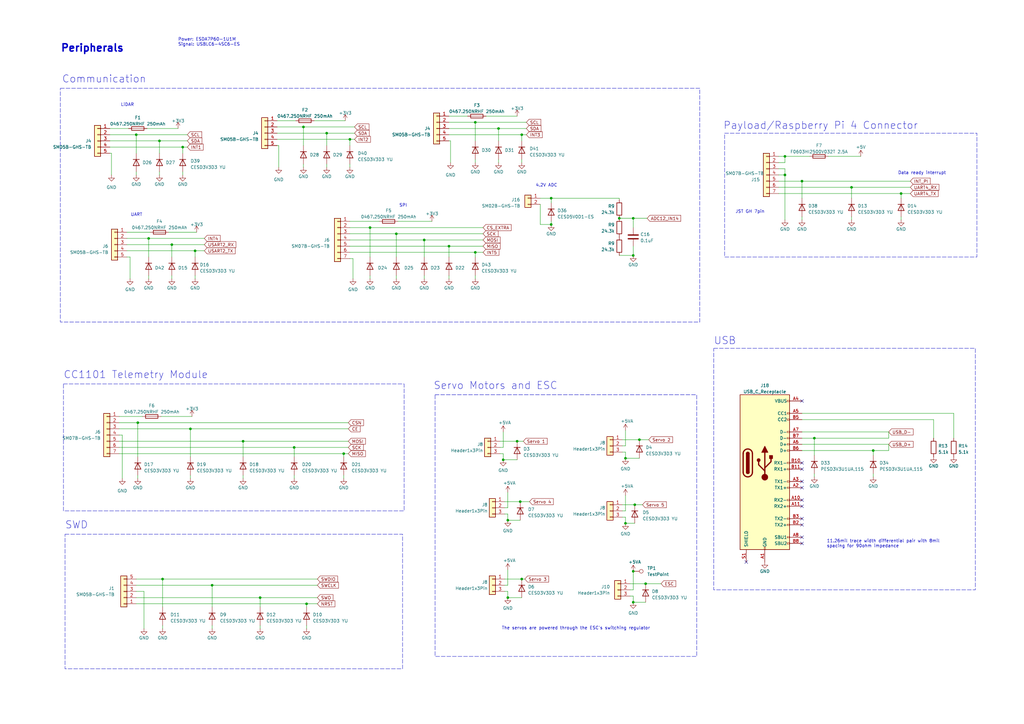
<source format=kicad_sch>
(kicad_sch (version 20230121) (generator eeschema)
  (paper "A3")
  (lib_symbols
    (symbol "Connector:TestPoint" (pin_numbers hide) (pin_names (offset 0.762) hide)
      (property "Reference" "TP" (at 0 6.858 0))
      (property "Value" "TestPoint" (at 0 5.08 0))
      (symbol "TestPoint_1_1"
        (pin passive line (at 0 0 90) (length 2.54) (name "1") (number "1"))
      )
    )
    (symbol "Connector:USB_C_Receptacle" (pin_names (offset 1.016))
      (property "Reference" "J" (at -10.16 29.21 0))
      (property "Value" "USB_C_Receptacle" (at 10.16 29.21 0))
      (symbol "USB_C_Receptacle_1_1"
        (pin passive line (at 0 -40.64 90) (length 5.08) (name "GND") (number "A1"))
        (pin bidirectional line (at 15.24 -15.24 180) (length 5.08) (name "RX2-") (number "A10"))
        (pin bidirectional line (at 15.24 -17.78 180) (length 5.08) (name "RX2+") (number "A11"))
        (pin passive line (at 0 -40.64 90) (length 5.08) hide (name "GND") (number "A12"))
        (pin bidirectional line (at 15.24 -10.16 180) (length 5.08) (name "TX1+") (number "A2"))
        (pin bidirectional line (at 15.24 -7.62 180) (length 5.08) (name "TX1-") (number "A3"))
        (pin passive line (at 15.24 25.4 180) (length 5.08) (name "VBUS") (number "A4"))
        (pin bidirectional line (at 15.24 20.32 180) (length 5.08) (name "CC1") (number "A5"))
        (pin bidirectional line (at 15.24 7.62 180) (length 5.08) (name "D+") (number "A6"))
        (pin bidirectional line (at 15.24 12.7 180) (length 5.08) (name "D-") (number "A7"))
        (pin bidirectional line (at 15.24 -30.48 180) (length 5.08) (name "SBU1") (number "A8"))
        (pin passive line (at 15.24 25.4 180) (length 5.08) hide (name "VBUS") (number "A9"))
        (pin passive line (at 0 -40.64 90) (length 5.08) hide (name "GND") (number "B1"))
        (pin bidirectional line (at 15.24 0 180) (length 5.08) (name "RX1-") (number "B10"))
        (pin bidirectional line (at 15.24 -2.54 180) (length 5.08) (name "RX1+") (number "B11"))
        (pin passive line (at 0 -40.64 90) (length 5.08) hide (name "GND") (number "B12"))
        (pin bidirectional line (at 15.24 -25.4 180) (length 5.08) (name "TX2+") (number "B2"))
        (pin bidirectional line (at 15.24 -22.86 180) (length 5.08) (name "TX2-") (number "B3"))
        (pin passive line (at 15.24 25.4 180) (length 5.08) hide (name "VBUS") (number "B4"))
        (pin bidirectional line (at 15.24 17.78 180) (length 5.08) (name "CC2") (number "B5"))
        (pin bidirectional line (at 15.24 5.08 180) (length 5.08) (name "D+") (number "B6"))
        (pin bidirectional line (at 15.24 10.16 180) (length 5.08) (name "D-") (number "B7"))
        (pin bidirectional line (at 15.24 -33.02 180) (length 5.08) (name "SBU2") (number "B8"))
        (pin passive line (at 15.24 25.4 180) (length 5.08) hide (name "VBUS") (number "B9"))
        (pin passive line (at -7.62 -40.64 90) (length 5.08) (name "SHIELD") (number "S1"))
      )
    )
    (symbol "Connector_Generic:Conn_01x02" (pin_names (offset 1.016) hide)
      (property "Reference" "J" (at 0 2.54 0))
      (property "Value" "Conn_01x02" (at 0 -5.08 0))
      (symbol "Conn_01x02_1_1"
        (pin passive line (at -5.08 0 0) (length 3.81) (name "Pin_1") (number "1"))
        (pin passive line (at -5.08 -2.54 0) (length 3.81) (name "Pin_2") (number "2"))
      )
    )
    (symbol "Connector_Generic:Conn_01x03" (pin_names (offset 1.016) hide)
      (property "Reference" "J" (at 0 5.08 0))
      (property "Value" "Conn_01x03" (at 0 -5.08 0))
      (symbol "Conn_01x03_1_1"
        (pin passive line (at -5.08 2.54 0) (length 3.81) (name "Pin_1") (number "1"))
        (pin passive line (at -5.08 0 0) (length 3.81) (name "Pin_2") (number "2"))
        (pin passive line (at -5.08 -2.54 0) (length 3.81) (name "Pin_3") (number "3"))
      )
    )
    (symbol "Connector_Generic:Conn_01x05" (pin_names (offset 1.016) hide)
      (property "Reference" "J" (at 0 7.62 0))
      (property "Value" "Conn_01x05" (at 0 -7.62 0))
      (symbol "Conn_01x05_1_1"
        (pin passive line (at -5.08 5.08 0) (length 3.81) (name "Pin_1") (number "1"))
        (pin passive line (at -5.08 2.54 0) (length 3.81) (name "Pin_2") (number "2"))
        (pin passive line (at -5.08 0 0) (length 3.81) (name "Pin_3") (number "3"))
        (pin passive line (at -5.08 -2.54 0) (length 3.81) (name "Pin_4") (number "4"))
        (pin passive line (at -5.08 -5.08 0) (length 3.81) (name "Pin_5") (number "5"))
      )
    )
    (symbol "Connector_Generic:Conn_01x07" (pin_names (offset 1.016) hide)
      (property "Reference" "J" (at 0 10.16 0))
      (property "Value" "Conn_01x07" (at 0 -10.16 0))
      (symbol "Conn_01x07_1_1"
        (pin passive line (at -5.08 7.62 0) (length 3.81) (name "Pin_1") (number "1"))
        (pin passive line (at -5.08 5.08 0) (length 3.81) (name "Pin_2") (number "2"))
        (pin passive line (at -5.08 2.54 0) (length 3.81) (name "Pin_3") (number "3"))
        (pin passive line (at -5.08 0 0) (length 3.81) (name "Pin_4") (number "4"))
        (pin passive line (at -5.08 -2.54 0) (length 3.81) (name "Pin_5") (number "5"))
        (pin passive line (at -5.08 -5.08 0) (length 3.81) (name "Pin_6") (number "6"))
        (pin passive line (at -5.08 -7.62 0) (length 3.81) (name "Pin_7") (number "7"))
      )
    )
    (symbol "Device:C" (pin_numbers hide) (pin_names (offset 0.254))
      (property "Reference" "C" (at 0.635 2.54 0))
      (property "Value" "C" (at 0.635 -2.54 0))
      (symbol "C_1_1"
        (pin passive line (at 0 3.81 270) (length 2.794) (name "~") (number "1"))
        (pin passive line (at 0 -3.81 90) (length 2.794) (name "~") (number "2"))
      )
    )
    (symbol "Device:D" (pin_numbers hide) (pin_names (offset 1.016) hide)
      (property "Reference" "D" (at 0 2.54 0))
      (property "Value" "D" (at 0 -2.54 0))
      (symbol "D_1_1"
        (pin passive line (at -3.81 0 0) (length 2.54) (name "K") (number "1"))
        (pin passive line (at 3.81 0 180) (length 2.54) (name "A") (number "2"))
      )
    )
    (symbol "Device:Fuse" (pin_numbers hide) (pin_names (offset 0))
      (property "Reference" "F" (at 2.032 0 90))
      (property "Value" "Fuse" (at -1.905 0 90))
      (symbol "Fuse_1_1"
        (pin passive line (at 0 3.81 270) (length 1.27) (name "~") (number "1"))
        (pin passive line (at 0 -3.81 90) (length 1.27) (name "~") (number "2"))
      )
    )
    (symbol "Device:R" (pin_numbers hide) (pin_names (offset 0))
      (property "Reference" "R" (at 2.032 0 90))
      (property "Value" "R" (at 0 0 90))
      (symbol "R_1_1"
        (pin passive line (at 0 3.81 270) (length 1.27) (name "~") (number "1"))
        (pin passive line (at 0 -3.81 90) (length 1.27) (name "~") (number "2"))
      )
    )
    (symbol "power:+3V3" (power) (pin_names (offset 0))
      (property "Value" "+3V3" (at 0 3.556 0))
      (symbol "+3V3_1_1"
        (pin power_in line (at 0 0 90) (length 0) hide (name "+3V3") (number "1"))
      )
    )
    (symbol "power:+5V" (power) (pin_names (offset 0))
      (property "Value" "+5V" (at 0 3.556 0))
      (symbol "+5V_1_1"
        (pin power_in line (at 0 0 90) (length 0) hide (name "+5V") (number "1"))
      )
    )
    (symbol "power:+5VA" (power) (pin_names (offset 0))
      (property "Value" "+5VA" (at 0 3.556 0))
      (symbol "+5VA_1_1"
        (pin power_in line (at 0 0 90) (length 0) hide (name "+5VA") (number "1"))
      )
    )
    (symbol "power:GND" (power) (pin_names (offset 0))
      (property "Value" "GND" (at 0 -3.81 0))
      (symbol "GND_1_1"
        (pin power_in line (at 0 0 270) (length 0) hide (name "GND") (number "1"))
      )
    )
  )
  (junction (at 60.96 97.79))
  (junction (at 162.56 95.885))
  (junction (at 206.375 188.595))
  (junction (at 334.01 179.705))
  (junction (at 66.675 237.49))
  (junction (at 74.93 60.325))
  (junction (at 106.68 245.11))
  (junction (at 262.255 180.34))
  (junction (at 213.36 205.74))
  (junction (at 86.995 240.03))
  (junction (at 55.88 55.245))
  (junction (at 264.795 239.395))
  (junction (at 328.93 74.295))
  (junction (at 256.54 187.96))
  (junction (at 208.28 213.36))
  (junction (at 184.15 100.965))
  (junction (at 151.765 93.345))
  (junction (at 120.65 183.515))
  (junction (at 140.97 186.055))
  (junction (at 349.25 76.835))
  (junction (at 56.515 173.355))
  (junction (at 226.06 92.075))
  (junction (at 99.695 180.975))
  (junction (at 208.28 245.11))
  (junction (at 226.06 81.28))
  (junction (at 173.99 98.425))
  (junction (at 259.715 247.015))
  (junction (at 78.105 175.895))
  (junction (at 212.09 180.975))
  (junction (at 321.945 71.755))
  (junction (at 125.73 247.65))
  (junction (at 259.715 104.775))
  (junction (at 213.995 237.49))
  (junction (at 65.405 57.785))
  (junction (at 260.35 207.01))
  (junction (at 194.945 103.505))
  (junction (at 194.945 50.165))
  (junction (at 321.945 64.135))
  (junction (at 124.46 52.07))
  (junction (at 213.995 55.245))
  (junction (at 254 89.535))
  (junction (at 256.54 214.63))
  (junction (at 143.51 57.15))
  (junction (at 80.01 102.87))
  (junction (at 369.57 79.375))
  (junction (at 259.715 234.315))
  (junction (at 358.14 184.785))
  (junction (at 259.715 89.535))
  (junction (at 133.985 54.61))
  (junction (at 204.47 52.705))
  (junction (at 70.485 100.33))
  (no_connect (at 306.07 230.505))
  (no_connect (at 328.93 222.885))
  (no_connect (at 328.93 220.345))
  (no_connect (at 328.93 197.485))
  (no_connect (at 328.93 212.725))
  (no_connect (at 328.93 205.105))
  (no_connect (at 328.93 192.405))
  (no_connect (at 328.93 189.865))
  (no_connect (at 328.93 164.465))
  (no_connect (at 328.93 200.025))
  (no_connect (at 328.93 215.265))
  (no_connect (at 328.93 207.645))
  (wire (pts (xy 349.25 76.835) (xy 349.25 81.28)))
  (wire (pts (xy 254 81.28) (xy 226.06 81.28)))
  (wire (pts (xy 226.06 81.28) (xy 221.615 81.28)))
  (wire (pts (xy 256.54 187.96) (xy 256.54 185.42)))
  (wire (pts (xy 259.715 234.315) (xy 259.715 241.935)))
  (wire (pts (xy 271.145 239.395) (xy 264.795 239.395)))
  (wire (pts (xy 259.715 241.935) (xy 258.445 241.935)))
  (wire (pts (xy 113.665 57.15) (xy 143.51 57.15)))
  (wire (pts (xy 256.54 185.42) (xy 255.27 185.42)))
  (wire (pts (xy 358.14 184.785) (xy 358.14 186.69)))
  (wire (pts (xy 328.93 90.17) (xy 328.93 88.9)))
  (wire (pts (xy 259.715 93.345) (xy 259.715 89.535)))
  (wire (pts (xy 65.405 57.785) (xy 45.085 57.785)))
  (wire (pts (xy 184.785 57.785) (xy 184.15 57.785)))
  (wire (pts (xy 208.28 233.68) (xy 208.28 240.03)))
  (wire (pts (xy 70.485 100.33) (xy 70.485 105.41)))
  (wire (pts (xy 78.105 196.215) (xy 78.105 194.945)))
  (wire (pts (xy 106.68 245.11) (xy 55.88 245.11)))
  (wire (pts (xy 66.675 257.81) (xy 66.675 256.54)))
  (wire (pts (xy 353.06 64.135) (xy 339.725 64.135)))
  (wire (pts (xy 207.01 242.57) (xy 208.28 242.57)))
  (wire (pts (xy 86.995 240.03) (xy 86.995 248.92)))
  (wire (pts (xy 155.575 90.805) (xy 143.51 90.805)))
  (wire (pts (xy 99.695 180.975) (xy 48.895 180.975)))
  (wire (pts (xy 259.715 89.535) (xy 254 89.535)))
  (wire (pts (xy 217.17 205.74) (xy 213.36 205.74)))
  (wire (pts (xy 86.995 240.03) (xy 55.88 240.03)))
  (wire (pts (xy 364.49 177.165) (xy 364.49 179.705)))
  (wire (pts (xy 73.025 52.705) (xy 60.325 52.705)))
  (wire (pts (xy 364.49 184.785) (xy 364.49 182.245)))
  (wire (pts (xy 382.905 179.705) (xy 382.905 172.085)))
  (wire (pts (xy 256.54 214.63) (xy 256.54 212.09)))
  (wire (pts (xy 124.46 52.07) (xy 124.46 59.69)))
  (wire (pts (xy 208.28 245.11) (xy 208.28 242.57)))
  (wire (pts (xy 214.63 180.975) (xy 212.09 180.975)))
  (wire (pts (xy 52.705 52.705) (xy 45.085 52.705)))
  (wire (pts (xy 133.985 68.58) (xy 133.985 67.31)))
  (wire (pts (xy 194.945 103.505) (xy 198.12 103.505)))
  (wire (pts (xy 319.405 69.215) (xy 321.945 69.215)))
  (wire (pts (xy 74.93 60.325) (xy 76.835 60.325)))
  (wire (pts (xy 59.055 257.81) (xy 59.055 242.57)))
  (wire (pts (xy 373.38 76.835) (xy 349.25 76.835)))
  (wire (pts (xy 130.175 245.11) (xy 106.68 245.11)))
  (wire (pts (xy 141.605 49.53) (xy 128.905 49.53)))
  (wire (pts (xy 48.895 186.055) (xy 140.97 186.055)))
  (wire (pts (xy 133.985 54.61) (xy 145.415 54.61)))
  (wire (pts (xy 321.945 90.17) (xy 321.945 71.755)))
  (wire (pts (xy 194.945 66.675) (xy 194.945 65.405)))
  (wire (pts (xy 83.82 102.87) (xy 80.01 102.87)))
  (wire (pts (xy 121.285 49.53) (xy 113.665 49.53)))
  (wire (pts (xy 55.88 71.755) (xy 55.88 70.485)))
  (wire (pts (xy 173.99 114.3) (xy 173.99 113.03)))
  (wire (pts (xy 213.995 55.245) (xy 213.995 57.785)))
  (wire (pts (xy 259.715 244.475) (xy 258.445 244.475)))
  (wire (pts (xy 144.78 106.045) (xy 143.51 106.045)))
  (wire (pts (xy 204.47 52.705) (xy 184.15 52.705)))
  (wire (pts (xy 162.56 95.885) (xy 143.51 95.885)))
  (wire (pts (xy 125.73 247.65) (xy 130.175 247.65)))
  (wire (pts (xy 319.405 79.375) (xy 369.57 79.375)))
  (wire (pts (xy 162.56 95.885) (xy 162.56 105.41)))
  (wire (pts (xy 151.765 114.3) (xy 151.765 113.03)))
  (wire (pts (xy 204.47 52.705) (xy 215.9 52.705)))
  (wire (pts (xy 53.34 105.41) (xy 52.07 105.41)))
  (wire (pts (xy 124.46 52.07) (xy 113.665 52.07)))
  (wire (pts (xy 358.14 184.785) (xy 364.49 184.785)))
  (wire (pts (xy 140.97 186.055) (xy 140.97 187.325)))
  (wire (pts (xy 143.51 103.505) (xy 194.945 103.505)))
  (wire (pts (xy 328.93 184.785) (xy 358.14 184.785)))
  (wire (pts (xy 143.51 57.15) (xy 145.415 57.15)))
  (wire (pts (xy 184.785 66.675) (xy 184.785 57.785)))
  (wire (pts (xy 256.54 209.55) (xy 255.27 209.55)))
  (wire (pts (xy 208.28 213.36) (xy 213.36 213.36)))
  (wire (pts (xy 48.895 173.355) (xy 56.515 173.355)))
  (wire (pts (xy 369.57 79.375) (xy 373.38 79.375)))
  (wire (pts (xy 70.485 114.3) (xy 70.485 113.03)))
  (wire (pts (xy 58.42 170.815) (xy 48.895 170.815)))
  (wire (pts (xy 266.065 180.34) (xy 262.255 180.34)))
  (wire (pts (xy 55.88 55.245) (xy 45.085 55.245)))
  (wire (pts (xy 55.88 55.245) (xy 76.835 55.245)))
  (wire (pts (xy 133.985 54.61) (xy 113.665 54.61)))
  (wire (pts (xy 319.405 71.755) (xy 321.945 71.755)))
  (wire (pts (xy 198.12 93.345) (xy 151.765 93.345)))
  (wire (pts (xy 321.945 66.675) (xy 321.945 64.135)))
  (wire (pts (xy 328.93 74.295) (xy 328.93 81.28)))
  (wire (pts (xy 114.3 59.69) (xy 113.665 59.69)))
  (wire (pts (xy 369.57 81.28) (xy 369.57 79.375)))
  (wire (pts (xy 358.14 195.58) (xy 358.14 194.31)))
  (wire (pts (xy 86.995 257.81) (xy 86.995 256.54)))
  (wire (pts (xy 48.895 175.895) (xy 78.105 175.895)))
  (wire (pts (xy 59.055 242.57) (xy 55.88 242.57)))
  (wire (pts (xy 56.515 196.215) (xy 56.515 194.945)))
  (wire (pts (xy 133.985 54.61) (xy 133.985 59.69)))
  (wire (pts (xy 55.88 55.245) (xy 55.88 62.865)))
  (wire (pts (xy 80.01 114.3) (xy 80.01 113.03)))
  (wire (pts (xy 198.12 95.885) (xy 162.56 95.885)))
  (wire (pts (xy 99.695 180.975) (xy 99.695 187.325)))
  (wire (pts (xy 204.47 52.705) (xy 204.47 57.785)))
  (wire (pts (xy 260.35 207.01) (xy 263.525 207.01)))
  (wire (pts (xy 162.56 114.3) (xy 162.56 113.03)))
  (wire (pts (xy 56.515 173.355) (xy 142.875 173.355)))
  (wire (pts (xy 226.06 90.805) (xy 226.06 92.075)))
  (wire (pts (xy 143.51 100.965) (xy 184.15 100.965)))
  (wire (pts (xy 106.68 245.11) (xy 106.68 248.92)))
  (wire (pts (xy 61.595 95.25) (xy 52.07 95.25)))
  (wire (pts (xy 319.405 64.135) (xy 321.945 64.135)))
  (wire (pts (xy 364.49 177.165) (xy 328.93 177.165)))
  (wire (pts (xy 319.405 66.675) (xy 321.945 66.675)))
  (wire (pts (xy 369.57 90.17) (xy 369.57 88.9)))
  (wire (pts (xy 70.485 100.33) (xy 52.07 100.33)))
  (wire (pts (xy 106.68 257.81) (xy 106.68 256.54)))
  (wire (pts (xy 334.01 179.705) (xy 364.49 179.705)))
  (wire (pts (xy 349.25 90.17) (xy 349.25 88.9)))
  (wire (pts (xy 151.765 93.345) (xy 151.765 105.41)))
  (wire (pts (xy 80.01 102.87) (xy 52.07 102.87)))
  (wire (pts (xy 206.375 186.055) (xy 205.105 186.055)))
  (wire (pts (xy 173.99 98.425) (xy 198.12 98.425)))
  (wire (pts (xy 213.995 55.245) (xy 215.9 55.245)))
  (wire (pts (xy 66.675 237.49) (xy 55.88 237.49)))
  (wire (pts (xy 78.105 175.895) (xy 78.105 187.325)))
  (wire (pts (xy 207.01 210.82) (xy 208.28 210.82)))
  (wire (pts (xy 319.405 74.295) (xy 328.93 74.295)))
  (wire (pts (xy 60.96 97.79) (xy 60.96 105.41)))
  (wire (pts (xy 80.645 95.25) (xy 69.215 95.25)))
  (wire (pts (xy 120.65 183.515) (xy 120.65 187.325)))
  (wire (pts (xy 184.15 100.965) (xy 198.12 100.965)))
  (wire (pts (xy 328.93 182.245) (xy 364.49 182.245)))
  (wire (pts (xy 184.15 114.3) (xy 184.15 113.03)))
  (wire (pts (xy 83.82 100.33) (xy 70.485 100.33)))
  (wire (pts (xy 206.375 188.595) (xy 212.09 188.595)))
  (wire (pts (xy 78.105 175.895) (xy 142.875 175.895)))
  (wire (pts (xy 254 104.775) (xy 259.715 104.775)))
  (wire (pts (xy 65.405 71.755) (xy 65.405 70.485)))
  (wire (pts (xy 334.01 179.705) (xy 334.01 186.69)))
  (wire (pts (xy 99.695 196.215) (xy 99.695 194.945)))
  (wire (pts (xy 184.15 55.245) (xy 213.995 55.245)))
  (wire (pts (xy 328.93 172.085) (xy 382.905 172.085)))
  (wire (pts (xy 173.99 98.425) (xy 143.51 98.425)))
  (wire (pts (xy 208.28 201.93) (xy 208.28 208.28)))
  (wire (pts (xy 114.3 68.58) (xy 114.3 59.69)))
  (wire (pts (xy 48.895 178.435) (xy 50.165 178.435)))
  (wire (pts (xy 74.93 71.755) (xy 74.93 70.485)))
  (wire (pts (xy 143.51 57.15) (xy 143.51 59.69)))
  (wire (pts (xy 215.265 237.49) (xy 213.995 237.49)))
  (wire (pts (xy 259.715 104.775) (xy 259.715 100.965)))
  (wire (pts (xy 151.765 93.345) (xy 143.51 93.345)))
  (wire (pts (xy 208.28 240.03) (xy 207.01 240.03)))
  (wire (pts (xy 194.945 50.165) (xy 194.945 57.785)))
  (wire (pts (xy 319.405 76.835) (xy 349.25 76.835)))
  (wire (pts (xy 204.47 66.675) (xy 204.47 65.405)))
  (wire (pts (xy 213.995 66.675) (xy 213.995 65.405)))
  (wire (pts (xy 184.15 100.965) (xy 184.15 105.41)))
  (wire (pts (xy 321.945 71.755) (xy 321.945 69.215)))
  (wire (pts (xy 208.28 213.36) (xy 208.28 210.82)))
  (wire (pts (xy 212.09 47.625) (xy 199.39 47.625)))
  (wire (pts (xy 80.01 105.41) (xy 80.01 102.87)))
  (wire (pts (xy 206.375 177.165) (xy 206.375 183.515)))
  (wire (pts (xy 213.36 205.74) (xy 207.01 205.74)))
  (wire (pts (xy 140.97 186.055) (xy 142.875 186.055)))
  (wire (pts (xy 328.93 179.705) (xy 334.01 179.705)))
  (wire (pts (xy 226.06 83.185) (xy 226.06 81.28)))
  (wire (pts (xy 65.405 57.785) (xy 65.405 62.865)))
  (wire (pts (xy 74.93 60.325) (xy 74.93 62.865)))
  (wire (pts (xy 262.255 180.34) (xy 255.27 180.34)))
  (wire (pts (xy 391.16 169.545) (xy 391.16 179.705)))
  (wire (pts (xy 265.43 89.535) (xy 259.715 89.535)))
  (wire (pts (xy 177.165 90.805) (xy 163.195 90.805)))
  (wire (pts (xy 130.175 240.03) (xy 86.995 240.03)))
  (wire (pts (xy 212.09 180.975) (xy 205.105 180.975)))
  (wire (pts (xy 328.93 169.545) (xy 391.16 169.545)))
  (wire (pts (xy 45.085 60.325) (xy 74.93 60.325)))
  (wire (pts (xy 194.945 50.165) (xy 215.9 50.165)))
  (wire (pts (xy 194.945 50.165) (xy 184.15 50.165)))
  (wire (pts (xy 213.995 237.49) (xy 207.01 237.49)))
  (wire (pts (xy 142.875 180.975) (xy 99.695 180.975)))
  (wire (pts (xy 124.46 52.07) (xy 145.415 52.07)))
  (wire (pts (xy 256.54 214.63) (xy 260.35 214.63)))
  (wire (pts (xy 55.88 247.65) (xy 125.73 247.65)))
  (wire (pts (xy 259.715 247.015) (xy 259.715 244.475)))
  (wire (pts (xy 208.28 245.11) (xy 213.995 245.11)))
  (wire (pts (xy 56.515 173.355) (xy 56.515 187.325)))
  (wire (pts (xy 194.945 114.3) (xy 194.945 113.03)))
  (wire (pts (xy 120.65 183.515) (xy 48.895 183.515)))
  (wire (pts (xy 256.54 182.88) (xy 255.27 182.88)))
  (wire (pts (xy 256.54 176.53) (xy 256.54 182.88)))
  (wire (pts (xy 125.73 247.65) (xy 125.73 248.92)))
  (wire (pts (xy 78.74 170.815) (xy 66.04 170.815)))
  (wire (pts (xy 173.99 98.425) (xy 173.99 105.41)))
  (wire (pts (xy 191.77 47.625) (xy 184.15 47.625)))
  (wire (pts (xy 45.72 71.755) (xy 45.72 62.865)))
  (wire (pts (xy 50.165 178.435) (xy 50.165 196.215)))
  (wire (pts (xy 206.375 188.595) (xy 206.375 186.055)))
  (wire (pts (xy 256.54 187.96) (xy 262.255 187.96)))
  (wire (pts (xy 53.34 114.3) (xy 53.34 105.41)))
  (wire (pts (xy 120.65 196.215) (xy 120.65 194.945)))
  (wire (pts (xy 144.78 114.3) (xy 144.78 106.045)))
  (wire (pts (xy 52.07 97.79) (xy 60.96 97.79)))
  (wire (pts (xy 65.405 57.785) (xy 76.835 57.785)))
  (wire (pts (xy 221.615 92.075) (xy 226.06 92.075)))
  (wire (pts (xy 142.875 183.515) (xy 120.65 183.515)))
  (wire (pts (xy 256.54 203.2) (xy 256.54 209.55)))
  (wire (pts (xy 206.375 183.515) (xy 205.105 183.515)))
  (wire (pts (xy 60.96 97.79) (xy 83.82 97.79)))
  (wire (pts (xy 221.615 83.82) (xy 221.615 92.075)))
  (wire (pts (xy 45.72 62.865) (xy 45.085 62.865)))
  (wire (pts (xy 259.715 247.015) (xy 264.795 247.015)))
  (wire (pts (xy 254 81.915) (xy 254 81.28)))
  (wire (pts (xy 328.93 74.295) (xy 373.38 74.295)))
  (wire (pts (xy 60.96 114.3) (xy 60.96 113.03)))
  (wire (pts (xy 255.27 212.09) (xy 256.54 212.09)))
  (wire (pts (xy 130.175 237.49) (xy 66.675 237.49)))
  (wire (pts (xy 124.46 68.58) (xy 124.46 67.31)))
  (wire (pts (xy 208.28 208.28) (xy 207.01 208.28)))
  (wire (pts (xy 125.73 257.81) (xy 125.73 256.54)))
  (wire (pts (xy 255.27 207.01) (xy 260.35 207.01)))
  (wire (pts (xy 264.795 239.395) (xy 258.445 239.395)))
  (wire (pts (xy 321.945 64.135) (xy 332.105 64.135)))
  (wire (pts (xy 143.51 68.58) (xy 143.51 67.31)))
  (wire (pts (xy 334.01 195.58) (xy 334.01 194.31)))
  (wire (pts (xy 140.97 196.215) (xy 140.97 194.945)))
  (wire (pts (xy 194.945 103.505) (xy 194.945 105.41)))
  (wire (pts (xy 66.675 237.49) (xy 66.675 248.92)))
  (rectangle (start 26.035 157.48) (end 165.735 209.55) (stroke (width 0) (type dash)))
  (rectangle (start 292.735 142.875) (end 400.05 241.935) (stroke (width 0) (type dash)))
  (rectangle (start 24.765 36.195) (end 287.02 132.08) (stroke (width 0) (type dash)))
  (rectangle (start 297.18 54.61) (end 400.685 105.41) (stroke (width 0) (type dash)))
  (rectangle (start 178.435 161.925) (end 285.75 269.24) (stroke (width 0) (type dash)))
  (rectangle (start 26.67 219.075) (end 165.1 274.32) (stroke (width 0) (type dash)))
  (text "Peripherals" (at 24.765 21.59 0) (effects (font (size 3 3) (thickness 0.6) bold) (justify left bottom)))
  (text "The servos are powered through the ESC's switching regulator" (at 205.74 258.445 0) (effects (font (size 1.27 1.27)) (justify left bottom)))
  (text "JST GH 7pin" (at 301.625 87.63 0) (effects (font (size 1.27 1.27)) (justify left bottom)))
  (text "4.2V ADC" (at 228.6 76.835 0) (effects (font (size 1.27 1.27)) (justify right bottom)))
  (text "Data ready interrupt" (at 368.3 71.755 0) (effects (font (size 1.27 1.27)) (justify left bottom)))
  (text "11.26mil trace width differential pair with 8mil \nspacing for 90ohm impedance" (at 339.09 224.79 0) (effects (font (size 1.27 1.27)) (justify left bottom)))
  (text "SWD" (at 26.67 217.17 0) (effects (font (size 3 3)) (justify left bottom)))
  (text "USB" (at 292.735 141.605 0) (effects (font (size 3 3)) (justify left bottom)))
  (text "UART" (at 58.42 88.9 0) (effects (font (size 1.27 1.27)) (justify right bottom)))
  (text "Payload/Raspberry Pi 4 Connector\n" (at 376.555 53.34 0) (effects (font (size 3 3)) (justify right bottom)))
  (text "Servo Motors and ESC" (at 177.8 160.02 0) (effects (font (size 3 3)) (justify left bottom)))
  (text "Communication" (at 25.4 34.29 0) (effects (font (size 3 3)) (justify left bottom)))
  (text "SPI" (at 167.005 85.09 0) (effects (font (size 1.27 1.27)) (justify right bottom)))
  (text "CC1101 Telemetry Module" (at 26.035 155.575 0) (effects (font (size 3 3)) (justify left bottom)))
  (text "LiDAR" (at 49.53 43.815 0) (effects (font (size 1.27 1.27)) (justify left bottom)))
  (text "Power: ESDA7P60-1U1M\nSignal: USBLC6-4SC6-ES" (at 73.025 19.05 0) (effects (font (size 1.27 1.27)) (justify left bottom)))
  (global_label "MOSI" (shape input) (at 142.875 180.975 0) (property "Intersheetrefs" "${INTERSHEET_REFS}" (effects hide)))
  (global_label "USB_D+" (shape input) (at 364.49 182.245 0) (property "Intersheetrefs" "${INTERSHEET_REFS}" (effects hide)))
  (global_label "INT4" (shape input) (at 83.82 97.79 0) (property "Intersheetrefs" "${INTERSHEET_REFS}" (effects hide)))
  (global_label "ESC" (shape input) (at 271.145 239.395 0) (property "Intersheetrefs" "${INTERSHEET_REFS}" (effects hide)))
  (global_label "Servo 2" (shape input) (at 266.065 180.34 0) (property "Intersheetrefs" "${INTERSHEET_REFS}" (effects hide)))
  (global_label "SCL" (shape input) (at 76.835 55.245 0) (property "Intersheetrefs" "${INTERSHEET_REFS}" (effects hide)))
  (global_label "SCK" (shape input) (at 142.875 183.515 0) (property "Intersheetrefs" "${INTERSHEET_REFS}" (effects hide)))
  (global_label "SDA" (shape input) (at 145.415 54.61 0) (property "Intersheetrefs" "${INTERSHEET_REFS}" (effects hide)))
  (global_label "USART2_RX" (shape input) (at 83.82 100.33 0) (property "Intersheetrefs" "${INTERSHEET_REFS}" (effects hide)))
  (global_label "MOSI" (shape input) (at 198.12 98.425 0) (property "Intersheetrefs" "${INTERSHEET_REFS}" (effects hide)))
  (global_label "SCL" (shape input) (at 215.9 50.165 0) (property "Intersheetrefs" "${INTERSHEET_REFS}" (effects hide)))
  (global_label "USB_D-" (shape input) (at 364.49 177.165 0) (property "Intersheetrefs" "${INTERSHEET_REFS}" (effects hide)))
  (global_label "INT3" (shape input) (at 215.9 55.245 0) (property "Intersheetrefs" "${INTERSHEET_REFS}" (effects hide)))
  (global_label "SWDIO" (shape input) (at 130.175 237.49 0) (property "Intersheetrefs" "${INTERSHEET_REFS}" (effects hide)))
  (global_label "SDA" (shape input) (at 76.835 57.785 0) (property "Intersheetrefs" "${INTERSHEET_REFS}" (effects hide)))
  (global_label "Servo 4" (shape input) (at 217.17 205.74 0) (property "Intersheetrefs" "${INTERSHEET_REFS}" (effects hide)))
  (global_label "NRST" (shape input) (at 130.175 247.65 0) (property "Intersheetrefs" "${INTERSHEET_REFS}" (effects hide)))
  (global_label "CE" (shape input) (at 142.875 175.895 0) (property "Intersheetrefs" "${INTERSHEET_REFS}" (effects hide)))
  (global_label "SCL" (shape input) (at 145.415 52.07 0) (property "Intersheetrefs" "${INTERSHEET_REFS}" (effects hide)))
  (global_label "SWO" (shape input) (at 130.175 245.11 0) (property "Intersheetrefs" "${INTERSHEET_REFS}" (effects hide)))
  (global_label "ADC12_IN14" (shape input) (at 265.43 89.535 0) (property "Intersheetrefs" "${INTERSHEET_REFS}" (effects hide)))
  (global_label "UART4_RX" (shape input) (at 373.38 76.835 0) (property "Intersheetrefs" "${INTERSHEET_REFS}" (effects hide)))
  (global_label "INT2" (shape input) (at 145.415 57.15 0) (property "Intersheetrefs" "${INTERSHEET_REFS}" (effects hide)))
  (global_label "USART2_TX" (shape input) (at 83.82 102.87 0) (property "Intersheetrefs" "${INTERSHEET_REFS}" (effects hide)))
  (global_label "INT1" (shape input) (at 76.835 60.325 0) (property "Intersheetrefs" "${INTERSHEET_REFS}" (effects hide)))
  (global_label "Servo 5" (shape input) (at 263.525 207.01 0) (property "Intersheetrefs" "${INTERSHEET_REFS}" (effects hide)))
  (global_label "CS_EXTRA" (shape input) (at 198.12 93.345 0) (property "Intersheetrefs" "${INTERSHEET_REFS}" (effects hide)))
  (global_label "Servo 3" (shape input) (at 215.265 237.49 0) (property "Intersheetrefs" "${INTERSHEET_REFS}" (effects hide)))
  (global_label "INT5" (shape input) (at 198.12 103.505 0) (property "Intersheetrefs" "${INTERSHEET_REFS}" (effects hide)))
  (global_label "SWCLK" (shape input) (at 130.175 240.03 0) (property "Intersheetrefs" "${INTERSHEET_REFS}" (effects hide)))
  (global_label "Servo 1" (shape input) (at 214.63 180.975 0) (property "Intersheetrefs" "${INTERSHEET_REFS}" (effects hide)))
  (global_label "UART4_TX" (shape input) (at 373.38 79.375 0) (property "Intersheetrefs" "${INTERSHEET_REFS}" (effects hide)))
  (global_label "MISO" (shape input) (at 198.12 100.965 0) (property "Intersheetrefs" "${INTERSHEET_REFS}" (effects hide)))
  (global_label "SDA" (shape input) (at 215.9 52.705 0) (property "Intersheetrefs" "${INTERSHEET_REFS}" (effects hide)))
  (global_label "INT_PI" (shape input) (at 373.38 74.295 0) (property "Intersheetrefs" "${INTERSHEET_REFS}" (effects hide)))
  (global_label "CSN" (shape input) (at 142.875 173.355 0) (property "Intersheetrefs" "${INTERSHEET_REFS}" (effects hide)))
  (global_label "MISO" (shape input) (at 142.875 186.055 0) (property "Intersheetrefs" "${INTERSHEET_REFS}" (effects hide)))
  (global_label "SCK" (shape input) (at 198.12 95.885 0) (property "Intersheetrefs" "${INTERSHEET_REFS}" (effects hide)))
  (symbol (lib_id "power:GND") (at 45.72 71.755 0) (mirror y) (unit 1)
    (property "Reference" "#PWR035" (effects hide))
    (property "Value" "GND" (at 45.72 76.835 0))
    (instances (project "FCRev2" (path "" (reference "#PWR035") (unit 1))) (project "FlightComputer" (path "" (reference "#PWR014") (unit 1)) (path "" (reference "#PWR03") (unit 1))) (project "FlightComputer" (path "" (reference "#PWR020") (unit 1))))
  )
  (symbol (lib_id "Device:D") (at 65.405 66.675 270) (unit 1)
    (property "Reference" "D27" (at 67.945 66.675 90) (effects (justify left)))
    (property "Value" "CESD3V3D3 YU" (effects hide))
    (property "Footprint" "Diode_SMD:D_SOD-323" (effects hide))
    (property "Sim.Device" "D" (effects hide))
    (property "Sim.Pins" "1=K 2=A" (effects hide))
  )
  (symbol (lib_id "Connector_Generic:Conn_01x03") (at 200.025 183.515 0) (mirror y) (unit 1)
    (property "Reference" "J8" (at 198.12 182.245 0) (effects (justify left)))
    (property "Value" "Header1x3Pin" (at 198.12 184.785 0) (effects (justify left)))
    (property "Footprint" "Connector_PinHeader_2.54mm:PinHeader_1x03_P2.54mm_Vertical" (effects hide))
    (instances (project "FCRev2" (path "" (reference "J8") (unit 1))) (project "FlightComputer" (path "" (reference "J7") (unit 1)) (path "" (reference "J11") (unit 1))) (project "FlightComputer" (path "" (reference "J13") (unit 1))))
  )
  (symbol (lib_id "Device:D") (at 349.25 85.09 270) (unit 1)
    (property "Reference" "D13" (at 351.79 84.455 90) (effects (justify left)))
    (property "Value" "CESD3V3D3 YU" (at 351.79 86.995 90) (effects (justify left)))
    (property "Footprint" "Diode_SMD:D_SOD-323" (effects hide))
    (property "Sim.Device" "D" (effects hide))
    (property "Sim.Pins" "1=K 2=A" (effects hide))
  )
  (symbol (lib_id "power:GND") (at 86.995 257.81 0) (unit 1)
    (property "Reference" "#PWR023" (effects hide))
    (property "Value" "GND" (at 86.995 261.62 0))
  )
  (symbol (lib_id "power:GND") (at 114.3 68.58 0) (mirror y) (unit 1)
    (property "Reference" "#PWR035" (effects hide))
    (property "Value" "GND" (at 114.3 73.66 0))
    (instances (project "FCRev2" (path "" (reference "#PWR035") (unit 1))) (project "FlightComputer" (path "" (reference "#PWR014") (unit 1)) (path "" (reference "#PWR011") (unit 1))) (project "FlightComputer" (path "" (reference "#PWR020") (unit 1))))
  )
  (symbol (lib_id "power:GND") (at 173.99 114.3 0) (unit 1)
    (property "Reference" "#PWR023" (effects hide))
    (property "Value" "GND" (at 173.99 118.11 0))
  )
  (symbol (lib_id "Device:D") (at 204.47 61.595 270) (unit 1)
    (property "Reference" "D31" (at 207.01 61.595 90) (effects (justify left)))
    (property "Value" "CESD3V3D3 YU" (effects hide))
    (property "Footprint" "Diode_SMD:D_SOD-323" (effects hide))
    (property "Sim.Device" "D" (effects hide))
    (property "Sim.Pins" "1=K 2=A" (effects hide))
  )
  (symbol (lib_id "power:GND") (at 50.165 196.215 0) (mirror y) (unit 1)
    (property "Reference" "#PWR027" (effects hide))
    (property "Value" "GND" (at 50.165 201.295 0))
    (instances (project "FCRev2" (path "" (reference "#PWR027") (unit 1))) (project "FlightComputer" (path "" (reference "#PWR08") (unit 1)) (path "" (reference "#PWR078") (unit 1))) (project "FlightComputer" (path "" (reference "#PWR058") (unit 1))))
  )
  (symbol (lib_id "power:GND") (at 133.985 68.58 0) (unit 1)
    (property "Reference" "#PWR023" (effects hide))
    (property "Value" "GND" (at 133.985 72.39 0))
  )
  (symbol (lib_id "Device:D") (at 125.73 252.73 270) (unit 1)
    (property "Reference" "D10" (at 128.27 252.095 90) (effects (justify left)))
    (property "Value" "CESD3V3D3 YU" (at 128.27 254.635 90) (effects (justify left)))
    (property "Footprint" "Diode_SMD:D_SOD-323" (effects hide))
    (property "Sim.Device" "D" (effects hide))
    (property "Sim.Pins" "1=K 2=A" (effects hide))
  )
  (symbol (lib_id "power:GND") (at 194.945 114.3 0) (unit 1)
    (property "Reference" "#PWR023" (effects hide))
    (property "Value" "GND" (at 194.945 118.11 0))
  )
  (symbol (lib_id "Device:R") (at 382.905 183.515 0) (unit 1)
    (property "Reference" "R13" (at 384.81 182.88 0) (effects (justify left)))
    (property "Value" "5.1k" (at 384.81 185.42 0) (effects (justify left)))
    (property "Footprint" "Resistor_SMD:R_0603_1608Metric" (effects hide))
  )
  (symbol (lib_id "Device:D") (at 226.06 86.995 270) (unit 1)
    (property "Reference" "D36" (at 228.6 86.36 90) (effects (justify left)))
    (property "Value" "CESD5V0D1-ES" (at 228.6 88.9 90) (effects (justify left)))
    (property "Footprint" "Diode_SMD:D_SOD-323" (effects hide))
    (property "Sim.Device" "D" (effects hide))
    (property "Sim.Pins" "1=K 2=A" (effects hide))
  )
  (symbol (lib_id "Device:D") (at 213.36 209.55 270) (unit 1)
    (property "Reference" "D7" (at 216.535 208.915 90) (effects (justify left)))
    (property "Value" "CESD3V3D3 YU" (at 216.535 211.455 90) (effects (justify left)))
    (property "Footprint" "Diode_SMD:D_SOD-323" (effects hide))
    (property "Sim.Device" "D" (effects hide))
    (property "Sim.Pins" "1=K 2=A" (effects hide))
  )
  (symbol (lib_id "Connector_Generic:Conn_01x03") (at 201.93 208.28 0) (mirror y) (unit 1)
    (property "Reference" "J8" (at 200.025 207.01 0) (effects (justify left)))
    (property "Value" "Header1x3Pin" (at 200.025 209.55 0) (effects (justify left)))
    (property "Footprint" "Connector_PinHeader_2.54mm:PinHeader_1x03_P2.54mm_Vertical" (effects hide))
    (instances (project "FCRev2" (path "" (reference "J8") (unit 1))) (project "FlightComputer" (path "" (reference "J7") (unit 1)) (path "" (reference "J15") (unit 1))) (project "FlightComputer" (path "" (reference "J13") (unit 1))))
  )
  (symbol (lib_id "Device:D") (at 74.93 66.675 270) (unit 1)
    (property "Reference" "D39" (at 78.105 66.04 90) (effects (justify left)))
    (property "Value" "CESD3V3D3 YU" (at 78.105 68.58 90) (effects (justify left)))
    (property "Footprint" "Diode_SMD:D_SOD-323" (effects hide))
    (property "Sim.Device" "D" (effects hide))
    (property "Sim.Pins" "1=K 2=A" (effects hide))
  )
  (symbol (lib_id "power:GND") (at 334.01 195.58 0) (unit 1)
    (property "Reference" "#PWR023" (effects hide))
    (property "Value" "GND" (at 334.01 199.39 0))
  )
  (symbol (lib_id "Device:D") (at 334.01 190.5 270) (unit 1)
    (property "Reference" "D33" (at 336.55 189.865 90) (effects (justify left)))
    (property "Value" "PESD3V3U1UA,115" (at 336.55 192.405 90) (effects (justify left)))
    (property "Footprint" "Diode_SMD:D_SOD-323" (effects hide))
    (property "Sim.Device" "D" (effects hide))
    (property "Sim.Pins" "1=K 2=A" (effects hide))
  )
  (symbol (lib_id "Device:D") (at 99.695 191.135 270) (unit 1)
    (property "Reference" "D18" (at 102.235 190.5 90) (effects (justify left)))
    (property "Value" "CESD3V3D3 YU" (at 102.235 193.04 90) (effects (justify left)))
    (property "Footprint" "Diode_SMD:D_SOD-323" (effects hide))
    (property "Sim.Device" "D" (effects hide))
    (property "Sim.Pins" "1=K 2=A" (effects hide))
  )
  (symbol (lib_id "Device:Fuse") (at 335.915 64.135 90) (unit 1)
    (property "Reference" "F7" (at 335.915 59.69 90))
    (property "Value" "F0603HI2500V032T 2.5A" (at 335.915 62.23 90))
    (property "Footprint" "Fuse:Fuse_0603_1608Metric" (effects hide))
  )
  (symbol (lib_id "Device:D") (at 194.945 109.22 270) (unit 1)
    (property "Reference" "D43" (at 197.485 108.585 90) (effects (justify left)))
    (property "Value" "CESD3V3D3 YU" (at 197.485 111.125 90) (effects (justify left)))
    (property "Footprint" "Diode_SMD:D_SOD-323" (effects hide))
    (property "Sim.Device" "D" (effects hide))
    (property "Sim.Pins" "1=K 2=A" (effects hide))
  )
  (symbol (lib_id "Connector_Generic:Conn_01x02") (at 216.535 81.28 0) (mirror y) (unit 1)
    (property "Reference" "J16" (at 213.36 81.915 0) (effects (justify left)))
    (property "Value" "SM02B-GHS-TB" (at 213.36 84.455 0) (effects (justify left)))
    (property "Footprint" "Connector_JST:JST_GH_BM02B-GHS-TBT_1x02-1MP_P1.25mm_Vertical" (effects hide))
    (instances (project "FlightComputer" (path "" (reference "J16") (unit 1)) (path "" (reference "J13") (unit 1)) (path "" (reference "J19") (unit 1))))
  )
  (symbol (lib_id "Device:D") (at 106.68 252.73 270) (unit 1)
    (property "Reference" "D12" (at 109.22 252.095 90) (effects (justify left)))
    (property "Value" "CESD3V3D3 YU" (at 109.22 254.635 90) (effects (justify left)))
    (property "Footprint" "Diode_SMD:D_SOD-323" (effects hide))
    (property "Sim.Device" "D" (effects hide))
    (property "Sim.Pins" "1=K 2=A" (effects hide))
  )
  (symbol (lib_id "Device:D") (at 60.96 109.22 270) (unit 1)
    (property "Reference" "D42" (at 63.5 109.855 90) (effects (justify left)))
    (property "Value" "CESD3V3D3 YU" (effects hide))
    (property "Footprint" "Diode_SMD:D_SOD-323" (effects hide))
    (property "Sim.Device" "D" (effects hide))
    (property "Sim.Pins" "1=K 2=A" (effects hide))
  )
  (symbol (lib_id "power:GND") (at 143.51 68.58 0) (unit 1)
    (property "Reference" "#PWR023" (effects hide))
    (property "Value" "GND" (at 143.51 72.39 0))
  )
  (symbol (lib_id "power:GND") (at 162.56 114.3 0) (unit 1)
    (property "Reference" "#PWR023" (effects hide))
    (property "Value" "GND" (at 162.56 118.11 0))
  )
  (symbol (lib_id "power:GND") (at 59.055 257.81 0) (mirror y) (unit 1)
    (property "Reference" "#PWR023" (effects hide))
    (property "Value" "GND" (at 59.055 261.62 0))
    (instances (project "STM32F4_REV2" (path "" (reference "#PWR023") (unit 1))) (project "FlightComputer" (path "" (reference "#PWR089") (unit 1)) (path "" (reference "#PWR087") (unit 1))))
  )
  (symbol (lib_id "Connector_Generic:Conn_01x07") (at 138.43 98.425 0) (mirror y) (unit 1)
    (property "Reference" "J6" (at 135.255 98.425 0) (effects (justify left)))
    (property "Value" "SM07B-GHS-TB" (at 135.255 100.965 0) (effects (justify left)))
    (property "Footprint" "Connector_JST:JST_GH_BM07B-GHS-TBT_1x07-1MP_P1.25mm_Vertical" (effects hide))
    (instances (project "FCRev2" (path "" (reference "J6") (unit 1))) (project "FlightComputer" (path "" (reference "J14") (unit 1)) (path "" (reference "J7") (unit 1))) (project "FlightComputer" (path "" (reference "J5") (unit 1))))
  )
  (symbol (lib_id "power:GND") (at 194.945 66.675 0) (unit 1)
    (property "Reference" "#PWR023" (effects hide))
    (property "Value" "GND" (at 194.945 70.485 0))
  )
  (symbol (lib_id "Device:Fuse") (at 195.58 47.625 90) (unit 1)
    (property "Reference" "F3" (at 195.58 43.18 90))
    (property "Value" "0467.250NRHF 250mAh" (at 195.58 45.72 90))
    (property "Footprint" "Fuse:Fuse_0603_1608Metric" (effects hide))
  )
  (symbol (lib_id "Device:D") (at 124.46 63.5 270) (unit 1)
    (property "Reference" "D28" (at 127 63.5 90) (effects (justify left)))
    (property "Value" "CESD3V3D3 YU" (effects hide))
    (property "Footprint" "Diode_SMD:D_SOD-323" (effects hide))
    (property "Sim.Device" "D" (effects hide))
    (property "Sim.Pins" "1=K 2=A" (effects hide))
  )
  (symbol (lib_id "Device:Fuse") (at 159.385 90.805 90) (unit 1)
    (property "Reference" "F5" (at 159.385 86.36 90))
    (property "Value" "0467.250NRHF 250mAh" (at 159.385 88.9 90))
    (property "Footprint" "Fuse:Fuse_0603_1608Metric" (effects hide))
  )
  (symbol (lib_id "Connector:USB_C_Receptacle") (at 313.69 189.865 0) (unit 1)
    (property "Reference" "J18" (at 313.69 158.115 0))
    (property "Value" "USB_C_Receptacle" (at 313.69 160.655 0))
    (property "Footprint" "Connector_USB:USB_C_Receptacle_HRO_TYPE-C-31-M-12" (effects hide))
    (property "Datasheet" "https://www.usb.org/sites/default/files/documents/usb_type-c.zip" (effects hide))
  )
  (symbol (lib_id "power:GND") (at 65.405 71.755 0) (unit 1)
    (property "Reference" "#PWR023" (effects hide))
    (property "Value" "GND" (at 65.405 75.565 0))
  )
  (symbol (lib_id "Device:R") (at 254 85.725 0) (mirror y) (unit 1)
    (property "Reference" "R9" (at 252.095 84.582 0) (effects (justify left)))
    (property "Value" "24.3k" (at 252.095 87.122 0) (effects (justify left)))
    (property "Footprint" "Resistor_SMD:R_0603_1608Metric" (effects hide))
    (instances (project "FCRev2" (path "" (reference "R9") (unit 1))) (project "FlightComputer" (path "" (reference "R7") (unit 1)) (path "" (reference "R2") (unit 1)) (path "" (reference "R22") (unit 1))) (project "FlightComputer" (path "" (reference "R17") (unit 1))))
  )
  (symbol (lib_id "Device:Fuse") (at 56.515 52.705 90) (unit 1)
    (property "Reference" "F1" (at 56.515 48.26 90))
    (property "Value" "0467.250NRHF 250mAh" (at 56.515 50.8 90))
    (property "Footprint" "Fuse:Fuse_0603_1608Metric" (effects hide))
  )
  (symbol (lib_id "power:+5VA") (at 256.54 203.2 0) (mirror y) (unit 1)
    (property "Reference" "#PWR03" (effects hide))
    (property "Value" "+5VA" (at 257.175 199.39 0))
    (instances (project "FlightComputer" (path "" (reference "#PWR03") (unit 1)) (path "" (reference "#PWR065") (unit 1))))
  )
  (symbol (lib_id "power:+5VA") (at 259.715 234.315 0) (mirror y) (unit 1)
    (property "Reference" "#PWR02" (effects hide))
    (property "Value" "+5VA" (at 260.35 230.505 0))
    (instances (project "FlightComputer" (path "" (reference "#PWR02") (unit 1)) (path "" (reference "#PWR024") (unit 1))))
  )
  (symbol (lib_id "Device:D") (at 120.65 191.135 270) (unit 1)
    (property "Reference" "D20" (at 123.825 190.5 90) (effects (justify left)))
    (property "Value" "CESD3V3D3 YU" (at 123.825 193.04 90) (effects (justify left)))
    (property "Footprint" "Diode_SMD:D_SOD-323" (effects hide))
    (property "Sim.Device" "D" (effects hide))
    (property "Sim.Pins" "1=K 2=A" (effects hide))
  )
  (symbol (lib_id "power:GND") (at 144.78 114.3 0) (mirror y) (unit 1)
    (property "Reference" "#PWR037" (effects hide))
    (property "Value" "GND" (at 144.78 118.745 0))
    (instances (project "FCRev2" (path "" (reference "#PWR037") (unit 1))) (project "FlightComputer" (path "" (reference "#PWR069") (unit 1)) (path "" (reference "#PWR014") (unit 1))) (project "FlightComputer" (path "" (reference "#PWR022") (unit 1))))
  )
  (symbol (lib_id "power:GND") (at 391.16 187.325 0) (unit 1)
    (property "Reference" "#PWR037" (effects hide))
    (property "Value" "GND" (at 391.16 191.135 0))
    (instances (project "STM32F4_REV2" (path "" (reference "#PWR037") (unit 1))) (project "FlightComputer" (path "" (reference "#PWR085") (unit 1)) (path "" (reference "#PWR084") (unit 1))))
  )
  (symbol (lib_id "power:+3V3") (at 78.74 170.815 0) (mirror y) (unit 1)
    (property "Reference" "#PWR034" (effects hide))
    (property "Value" "+3V3" (at 78.74 167.64 0))
    (instances (project "FCRev2" (path "" (reference "#PWR034") (unit 1))) (project "FlightComputer" (path "" (reference "#PWR013") (unit 1)) (path "" (reference "#PWR069") (unit 1))) (project "FlightComputer" (path "" (reference "#PWR021") (unit 1))))
  )
  (symbol (lib_id "Connector_Generic:Conn_01x07") (at 43.815 178.435 0) (mirror y) (unit 1)
    (property "Reference" "J6" (at 41.275 177.165 0) (effects (justify left)))
    (property "Value" "SM07B-GHS-TB" (at 41.275 179.705 0) (effects (justify left)))
    (property "Footprint" "Connector_JST:JST_GH_BM07B-GHS-TBT_1x07-1MP_P1.25mm_Vertical" (effects hide))
    (instances (project "FCRev2" (path "" (reference "J6") (unit 1))) (project "FlightComputer" (path "" (reference "J14") (unit 1)) (path "" (reference "J3") (unit 1))) (project "FlightComputer" (path "" (reference "J5") (unit 1))))
  )
  (symbol (lib_id "power:GND") (at 358.14 195.58 0) (unit 1)
    (property "Reference" "#PWR023" (effects hide))
    (property "Value" "GND" (at 358.14 199.39 0))
  )
  (symbol (lib_id "Device:D") (at 260.35 210.82 270) (unit 1)
    (property "Reference" "D5" (at 263.525 210.185 90) (effects (justify left)))
    (property "Value" "CESD3V3D3 YU" (at 263.525 212.725 90) (effects (justify left)))
    (property "Footprint" "Diode_SMD:D_SOD-323" (effects hide))
    (property "Sim.Device" "D" (effects hide))
    (property "Sim.Pins" "1=K 2=A" (effects hide))
  )
  (symbol (lib_id "power:GND") (at 124.46 68.58 0) (unit 1)
    (property "Reference" "#PWR023" (effects hide))
    (property "Value" "GND" (at 124.46 72.39 0))
  )
  (symbol (lib_id "Device:D") (at 262.255 184.15 270) (unit 1)
    (property "Reference" "D4" (at 264.795 183.515 90) (effects (justify left)))
    (property "Value" "CESD3V3D3 YU" (at 264.795 186.055 90) (effects (justify left)))
    (property "Footprint" "Diode_SMD:D_SOD-323" (effects hide))
    (property "Sim.Device" "D" (effects hide))
    (property "Sim.Pins" "1=K 2=A" (effects hide))
  )
  (symbol (lib_id "power:GND") (at 382.905 187.325 0) (unit 1)
    (property "Reference" "#PWR037" (effects hide))
    (property "Value" "GND" (at 382.905 191.135 0))
    (instances (project "STM32F4_REV2" (path "" (reference "#PWR037") (unit 1))) (project "FlightComputer" (path "" (reference "#PWR085") (unit 1)) (path "" (reference "#PWR083") (unit 1))))
  )
  (symbol (lib_id "power:GND") (at 140.97 196.215 0) (unit 1)
    (property "Reference" "#PWR023" (effects hide))
    (property "Value" "GND" (at 140.97 200.025 0))
  )
  (symbol (lib_id "Device:D") (at 328.93 85.09 270) (unit 1)
    (property "Reference" "D38" (at 331.47 84.455 90) (effects (justify left)))
    (property "Value" "CESD3V3D3 YU" (at 331.47 86.995 90) (effects (justify left)))
    (property "Footprint" "Diode_SMD:D_SOD-323" (effects hide))
    (property "Sim.Device" "D" (effects hide))
    (property "Sim.Pins" "1=K 2=A" (effects hide))
  )
  (symbol (lib_id "power:+5VA") (at 256.54 176.53 0) (mirror y) (unit 1)
    (property "Reference" "#PWR03" (effects hide))
    (property "Value" "+5VA" (at 257.175 172.72 0))
    (instances (project "FlightComputer" (path "" (reference "#PWR03") (unit 1)) (path "" (reference "#PWR02") (unit 1))))
  )
  (symbol (lib_id "power:GND") (at 208.28 245.11 0) (mirror y) (unit 1)
    (property "Reference" "#PWR043" (effects hide))
    (property "Value" "GND" (at 208.28 249.428 0))
    (instances (project "FCRev2" (path "" (reference "#PWR043") (unit 1))) (project "FlightComputer" (path "" (reference "#PWR022") (unit 1)) (path "" (reference "#PWR055") (unit 1))) (project "FlightComputer" (path "" (reference "#PWR081") (unit 1))))
  )
  (symbol (lib_id "power:GND") (at 106.68 257.81 0) (unit 1)
    (property "Reference" "#PWR023" (effects hide))
    (property "Value" "GND" (at 106.68 261.62 0))
  )
  (symbol (lib_id "power:GND") (at 70.485 114.3 0) (unit 1)
    (property "Reference" "#PWR023" (effects hide))
    (property "Value" "GND" (at 70.485 118.11 0))
  )
  (symbol (lib_id "power:GND") (at 259.715 247.015 0) (mirror y) (unit 1)
    (property "Reference" "#PWR038" (effects hide))
    (property "Value" "GND" (at 259.715 251.46 0))
    (instances (project "FCRev2" (path "" (reference "#PWR038") (unit 1))) (project "FlightComputer" (path "" (reference "#PWR037") (unit 1)) (path "" (reference "#PWR025") (unit 1))) (project "FlightComputer" (path "" (reference "#PWR033") (unit 1))))
  )
  (symbol (lib_id "Device:D") (at 78.105 191.135 270) (unit 1)
    (property "Reference" "D19" (at 80.645 190.5 90) (effects (justify left)))
    (property "Value" "CESD3V3D3 YU" (at 80.645 193.04 90) (effects (justify left)))
    (property "Footprint" "Diode_SMD:D_SOD-323" (effects hide))
    (property "Sim.Device" "D" (effects hide))
    (property "Sim.Pins" "1=K 2=A" (effects hide))
  )
  (symbol (lib_id "power:GND") (at 99.695 196.215 0) (unit 1)
    (property "Reference" "#PWR023" (effects hide))
    (property "Value" "GND" (at 99.695 200.025 0))
  )
  (symbol (lib_id "Device:D") (at 70.485 109.22 270) (unit 1)
    (property "Reference" "D15" (at 73.025 109.855 90) (effects (justify left)))
    (property "Value" "CESD3V3D3 YU" (effects hide))
    (property "Footprint" "Diode_SMD:D_SOD-323" (effects hide))
    (property "Sim.Device" "D" (effects hide))
    (property "Sim.Pins" "1=K 2=A" (effects hide))
  )
  (symbol (lib_id "power:+5VA") (at 208.28 201.93 0) (mirror y) (unit 1)
    (property "Reference" "#PWR03" (effects hide))
    (property "Value" "+5VA" (at 208.915 198.12 0))
    (instances (project "FlightComputer" (path "" (reference "#PWR03") (unit 1)) (path "" (reference "#PWR058") (unit 1))))
  )
  (symbol (lib_id "Device:Fuse") (at 62.23 170.815 90) (unit 1)
    (property "Reference" "F6" (at 62.23 166.37 90))
    (property "Value" "0467.250NRHF 250mAh" (at 62.23 168.91 90))
    (property "Footprint" "Fuse:Fuse_0603_1608Metric" (effects hide))
  )
  (symbol (lib_id "Connector_Generic:Conn_01x03") (at 253.365 241.935 0) (mirror y) (unit 1)
    (property "Reference" "J10" (at 250.19 240.665 0) (effects (justify left)))
    (property "Value" "Header1x3Pin" (at 250.19 243.205 0) (effects (justify left)))
    (property "Footprint" "Connector_PinHeader_2.54mm:PinHeader_1x03_P2.54mm_Vertical" (effects hide))
    (instances (project "FCRev2" (path "" (reference "J10") (unit 1))) (project "FlightComputer" (path "" (reference "J11") (unit 1)) (path "" (reference "J10") (unit 1))) (project "FlightComputer" (path "" (reference "J8") (unit 1))))
  )
  (symbol (lib_id "Device:D") (at 162.56 109.22 270) (unit 1)
    (property "Reference" "D25" (at 165.735 109.855 90) (effects (justify left)))
    (property "Value" "CESD3V3D3 YU" (effects hide))
    (property "Footprint" "Diode_SMD:D_SOD-323" (effects hide))
    (property "Sim.Device" "D" (effects hide))
    (property "Sim.Pins" "1=K 2=A" (effects hide))
  )
  (symbol (lib_id "power:+5VA") (at 206.375 177.165 0) (mirror y) (unit 1)
    (property "Reference" "#PWR03" (effects hide))
    (property "Value" "+5VA" (at 207.01 173.355 0))
    (instances (project "FlightComputer" (path "" (reference "#PWR03") (unit 1)) (path "" (reference "#PWR029") (unit 1))))
  )
  (symbol (lib_id "Device:D") (at 66.675 252.73 270) (unit 1)
    (property "Reference" "D11" (at 69.85 252.095 90) (effects (justify left)))
    (property "Value" "CESD3V3D3 YU" (at 69.85 254.635 90) (effects (justify left)))
    (property "Footprint" "Diode_SMD:D_SOD-323" (effects hide))
    (property "Sim.Device" "D" (effects hide))
    (property "Sim.Pins" "1=K 2=A" (effects hide))
  )
  (symbol (lib_id "power:GND") (at 184.785 66.675 0) (mirror y) (unit 1)
    (property "Reference" "#PWR035" (effects hide))
    (property "Value" "GND" (at 184.785 71.755 0))
    (instances (project "FCRev2" (path "" (reference "#PWR035") (unit 1))) (project "FlightComputer" (path "" (reference "#PWR014") (unit 1)) (path "" (reference "#PWR017") (unit 1))) (project "FlightComputer" (path "" (reference "#PWR020") (unit 1))))
  )
  (symbol (lib_id "Device:D") (at 86.995 252.73 270) (unit 1)
    (property "Reference" "D9" (at 90.17 252.095 90) (effects (justify left)))
    (property "Value" "CESD3V3D3 YU" (at 90.17 254.635 90) (effects (justify left)))
    (property "Footprint" "Diode_SMD:D_SOD-323" (effects hide))
    (property "Sim.Device" "D" (effects hide))
    (property "Sim.Pins" "1=K 2=A" (effects hide))
  )
  (symbol (lib_id "Device:D") (at 264.795 243.205 270) (unit 1)
    (property "Reference" "D8" (at 267.335 242.57 90) (effects (justify left)))
    (property "Value" "CESD3V3D3 YU" (at 267.335 245.11 90) (effects (justify left)))
    (property "Footprint" "Diode_SMD:D_SOD-323" (effects hide))
    (property "Sim.Device" "D" (effects hide))
    (property "Sim.Pins" "1=K 2=A" (effects hide))
  )
  (symbol (lib_id "Device:D") (at 369.57 85.09 270) (unit 1)
    (property "Reference" "D14" (at 372.11 84.455 90) (effects (justify left)))
    (property "Value" "CESD3V3D3 YU" (at 372.11 86.995 90) (effects (justify left)))
    (property "Footprint" "Diode_SMD:D_SOD-323" (effects hide))
    (property "Sim.Device" "D" (effects hide))
    (property "Sim.Pins" "1=K 2=A" (effects hide))
  )
  (symbol (lib_id "power:GND") (at 66.675 257.81 0) (unit 1)
    (property "Reference" "#PWR023" (effects hide))
    (property "Value" "GND" (at 66.675 261.62 0))
  )
  (symbol (lib_id "Connector_Generic:Conn_01x05") (at 46.99 100.33 0) (mirror y) (unit 1)
    (property "Reference" "J6" (at 44.45 100.965 0) (effects (justify left)))
    (property "Value" "SM05B-GHS-TB" (at 44.45 103.505 0) (effects (justify left)))
    (property "Footprint" "Connector_JST:JST_GH_BM05B-GHS-TBT_1x05-1MP_P1.25mm_Vertical" (effects hide))
    (instances (project "FCRev2" (path "" (reference "J6") (unit 1))) (project "FlightComputer" (path "" (reference "J12") (unit 1)) (path "" (reference "J9") (unit 1))) (project "FlightComputer" (path "" (reference "J5") (unit 1))))
  )
  (symbol (lib_id "Device:C") (at 259.715 97.155 0) (unit 1)
    (property "Reference" "C16" (at 262.636 96.139 0) (effects (justify left)))
    (property "Value" "0.1uF" (at 262.636 98.679 0) (effects (justify left)))
    (property "Footprint" "Capacitor_SMD:C_0603_1608Metric" (effects hide))
    (instances (project "FCRev2" (path "" (reference "C16") (unit 1))) (project "FlightComputer" (path "" (reference "C17") (unit 1)) (path "" (reference "C5") (unit 1)) (path "" (reference "C31") (unit 1)) (path "" (reference "C13") (unit 1))) (project "FlightComputer" (path "" (reference "C19") (unit 1))))
  )
  (symbol (lib_id "Device:R") (at 254 93.345 0) (mirror y) (unit 1)
    (property "Reference" "R9" (at 252.095 92.202 0) (effects (justify left)))
    (property "Value" "24.3k" (at 252.095 94.742 0) (effects (justify left)))
    (property "Footprint" "Resistor_SMD:R_0603_1608Metric" (effects hide))
    (instances (project "FCRev2" (path "" (reference "R9") (unit 1))) (project "FlightComputer" (path "" (reference "R7") (unit 1)) (path "" (reference "R2") (unit 1)) (path "" (reference "R21") (unit 1))) (project "FlightComputer" (path "" (reference "R17") (unit 1))))
  )
  (symbol (lib_id "Connector_Generic:Conn_01x05") (at 179.07 52.705 0) (mirror y) (unit 1)
    (property "Reference" "J4" (at 176.53 52.705 0) (effects (justify left)))
    (property "Value" "SM05B-GHS-TB" (at 176.53 55.245 0) (effects (justify left)))
    (property "Footprint" "Connector_JST:JST_GH_BM05B-GHS-TBT_1x05-1MP_P1.25mm_Vertical" (effects hide))
    (instances (project "FCRev2" (path "" (reference "J4") (unit 1))) (project "FlightComputer" (path "" (reference "J6") (unit 1)) (path "" (reference "J8") (unit 1))) (project "FlightComputer" (path "" (reference "J7") (unit 1))))
  )
  (symbol (lib_id "Connector:TestPoint") (at 259.715 234.315 270) (unit 1)
    (property "Reference" "TP1" (at 265.43 233.045 90) (effects (justify left)))
    (property "Value" "TestPoint" (at 265.43 235.585 90) (effects (justify left)))
    (property "Footprint" "TestPoint:TestPoint_Keystone_5000-5004_Miniature" (effects hide))
    (instances (project "FlightComputer" (path "" (reference "TP1") (unit 1)) (path "" (reference "TP3") (unit 1)) (path "" (reference "TP2") (unit 1))))
  )
  (symbol (lib_id "power:GND") (at 206.375 188.595 0) (mirror y) (unit 1)
    (property "Reference" "#PWR043" (effects hide))
    (property "Value" "GND" (at 206.375 192.913 0))
    (instances (project "FCRev2" (path "" (reference "#PWR043") (unit 1))) (project "FlightComputer" (path "" (reference "#PWR022") (unit 1)) (path "" (reference "#PWR031") (unit 1))) (project "FlightComputer" (path "" (reference "#PWR081") (unit 1))))
  )
  (symbol (lib_id "power:GND") (at 369.57 90.17 0) (unit 1)
    (property "Reference" "#PWR023" (effects hide))
    (property "Value" "GND" (at 369.57 93.98 0))
  )
  (symbol (lib_id "power:GND") (at 120.65 196.215 0) (unit 1)
    (property "Reference" "#PWR023" (effects hide))
    (property "Value" "GND" (at 120.65 200.025 0))
  )
  (symbol (lib_id "Device:D") (at 140.97 191.135 270) (unit 1)
    (property "Reference" "D21" (at 144.145 190.5 90) (effects (justify left)))
    (property "Value" "CESD3V3D3 YU" (at 144.145 193.04 90) (effects (justify left)))
    (property "Footprint" "Diode_SMD:D_SOD-323" (effects hide))
    (property "Sim.Device" "D" (effects hide))
    (property "Sim.Pins" "1=K 2=A" (effects hide))
  )
  (symbol (lib_id "power:GND") (at 56.515 196.215 0) (unit 1)
    (property "Reference" "#PWR023" (effects hide))
    (property "Value" "GND" (at 56.515 200.025 0))
  )
  (symbol (lib_id "power:GND") (at 80.01 114.3 0) (unit 1)
    (property "Reference" "#PWR023" (effects hide))
    (property "Value" "GND" (at 80.01 118.11 0))
  )
  (symbol (lib_id "power:GND") (at 328.93 90.17 0) (unit 1)
    (property "Reference" "#PWR023" (effects hide))
    (property "Value" "GND" (at 328.93 93.98 0))
  )
  (symbol (lib_id "Connector_Generic:Conn_01x03") (at 250.19 209.55 0) (mirror y) (unit 1)
    (property "Reference" "J8" (at 248.285 208.28 0) (effects (justify left)))
    (property "Value" "Header1x3Pin" (at 248.285 210.82 0) (effects (justify left)))
    (property "Footprint" "Connector_PinHeader_2.54mm:PinHeader_1x03_P2.54mm_Vertical" (effects hide))
    (instances (project "FCRev2" (path "" (reference "J8") (unit 1))) (project "FlightComputer" (path "" (reference "J7") (unit 1)) (path "" (reference "J16") (unit 1))) (project "FlightComputer" (path "" (reference "J13") (unit 1))))
  )
  (symbol (lib_id "power:+5V") (at 353.06 64.135 0) (unit 1)
    (property "Reference" "#PWR058" (effects hide))
    (property "Value" "+5V" (at 353.06 60.325 0))
    (instances (project "FlightComputer" (path "" (reference "#PWR058") (unit 1)) (path "" (reference "#PWR08") (unit 1))))
  )
  (symbol (lib_id "power:GND") (at 74.93 71.755 0) (unit 1)
    (property "Reference" "#PWR023" (effects hide))
    (property "Value" "GND" (at 74.93 75.565 0))
  )
  (symbol (lib_id "Device:D") (at 184.15 109.22 270) (unit 1)
    (property "Reference" "D22" (at 186.69 109.855 90) (effects (justify left)))
    (property "Value" "CESD3V3D3 YU" (effects hide))
    (property "Footprint" "Diode_SMD:D_SOD-323" (effects hide))
    (property "Sim.Device" "D" (effects hide))
    (property "Sim.Pins" "1=K 2=A" (effects hide))
  )
  (symbol (lib_id "Device:R") (at 254 100.965 0) (mirror y) (unit 1)
    (property "Reference" "R9" (at 252.095 99.822 0) (effects (justify left)))
    (property "Value" "24.3k" (at 252.095 102.362 0) (effects (justify left)))
    (property "Footprint" "Resistor_SMD:R_0603_1608Metric" (effects hide))
    (instances (project "FCRev2" (path "" (reference "R9") (unit 1))) (project "FlightComputer" (path "" (reference "R7") (unit 1)) (path "" (reference "R2") (unit 1)) (path "" (reference "R24") (unit 1))) (project "FlightComputer" (path "" (reference "R17") (unit 1))))
  )
  (symbol (lib_id "Device:Fuse") (at 65.405 95.25 90) (unit 1)
    (property "Reference" "F4" (at 65.405 90.805 90))
    (property "Value" "0467.250NRHF 250mAh" (at 65.405 93.345 90))
    (property "Footprint" "Fuse:Fuse_0603_1608Metric" (effects hide))
  )
  (symbol (lib_id "Device:D") (at 358.14 190.5 270) (unit 1)
    (property "Reference" "D34" (at 360.68 189.865 90) (effects (justify left)))
    (property "Value" "PESD3V3U1UA,115" (at 360.68 192.405 90) (effects (justify left)))
    (property "Footprint" "Diode_SMD:D_SOD-323" (effects hide))
    (property "Sim.Device" "D" (effects hide))
    (property "Sim.Pins" "1=K 2=A" (effects hide))
  )
  (symbol (lib_id "Device:D") (at 55.88 66.675 270) (unit 1)
    (property "Reference" "D26" (at 58.42 66.675 90) (effects (justify left)))
    (property "Value" "CESD3V3D3 YU" (effects hide))
    (property "Footprint" "Diode_SMD:D_SOD-323" (effects hide))
    (property "Sim.Device" "D" (effects hide))
    (property "Sim.Pins" "1=K 2=A" (effects hide))
  )
  (symbol (lib_id "power:+5VA") (at 208.28 233.68 0) (mirror y) (unit 1)
    (property "Reference" "#PWR03" (effects hide))
    (property "Value" "+5VA" (at 208.915 229.87 0))
    (instances (project "FlightComputer" (path "" (reference "#PWR03") (unit 1)) (path "" (reference "#PWR043") (unit 1))))
  )
  (symbol (lib_id "Device:R") (at 391.16 183.515 0) (unit 1)
    (property "Reference" "R14" (at 393.065 182.88 0) (effects (justify left)))
    (property "Value" "5.1k" (at 393.065 185.42 0) (effects (justify left)))
    (property "Footprint" "Resistor_SMD:R_0603_1608Metric" (effects hide))
  )
  (symbol (lib_id "power:+3V3") (at 212.09 47.625 0) (mirror y) (unit 1)
    (property "Reference" "#PWR034" (effects hide))
    (property "Value" "+3V3" (at 212.09 44.45 0))
    (instances (project "FCRev2" (path "" (reference "#PWR034") (unit 1))) (project "FlightComputer" (path "" (reference "#PWR013") (unit 1)) (path "" (reference "#PWR0112") (unit 1))) (project "FlightComputer" (path "" (reference "#PWR021") (unit 1))))
  )
  (symbol (lib_id "Connector_Generic:Conn_01x05") (at 40.005 57.785 0) (mirror y) (unit 1)
    (property "Reference" "J4" (at 37.465 57.785 0) (effects (justify left)))
    (property "Value" "SM05B-GHS-TB" (at 37.465 60.325 0) (effects (justify left)))
    (property "Footprint" "Connector_JST:JST_GH_BM05B-GHS-TBT_1x05-1MP_P1.25mm_Vertical" (effects hide))
    (instances (project "FCRev2" (path "" (reference "J4") (unit 1))) (project "FlightComputer" (path "" (reference "J6") (unit 1)) (path "" (reference "J4") (unit 1))) (project "FlightComputer" (path "" (reference "J7") (unit 1))))
  )
  (symbol (lib_id "power:GND") (at 184.15 114.3 0) (unit 1)
    (property "Reference" "#PWR023" (effects hide))
    (property "Value" "GND" (at 184.15 118.11 0))
  )
  (symbol (lib_id "power:GND") (at 256.54 214.63 0) (mirror y) (unit 1)
    (property "Reference" "#PWR043" (effects hide))
    (property "Value" "GND" (at 256.54 218.948 0))
    (instances (project "FCRev2" (path "" (reference "#PWR043") (unit 1))) (project "FlightComputer" (path "" (reference "#PWR022") (unit 1)) (path "" (reference "#PWR066") (unit 1))) (project "FlightComputer" (path "" (reference "#PWR081") (unit 1))))
  )
  (symbol (lib_id "Device:D") (at 213.995 61.595 270) (unit 1)
    (property "Reference" "D41" (at 217.17 60.96 90) (effects (justify left)))
    (property "Value" "CESD3V3D3 YU" (at 217.17 63.5 90) (effects (justify left)))
    (property "Footprint" "Diode_SMD:D_SOD-323" (effects hide))
    (property "Sim.Device" "D" (effects hide))
    (property "Sim.Pins" "1=K 2=A" (effects hide))
  )
  (symbol (lib_id "Device:Fuse") (at 125.095 49.53 90) (unit 1)
    (property "Reference" "F2" (at 125.095 45.085 90))
    (property "Value" "0467.250NRHF 250mAh" (at 125.095 47.625 90))
    (property "Footprint" "Fuse:Fuse_0603_1608Metric" (effects hide))
  )
  (symbol (lib_id "power:GND") (at 208.28 213.36 0) (mirror y) (unit 1)
    (property "Reference" "#PWR043" (effects hide))
    (property "Value" "GND" (at 208.28 217.678 0))
    (instances (project "FCRev2" (path "" (reference "#PWR043") (unit 1))) (project "FlightComputer" (path "" (reference "#PWR022") (unit 1)) (path "" (reference "#PWR061") (unit 1))) (project "FlightComputer" (path "" (reference "#PWR081") (unit 1))))
  )
  (symbol (lib_id "power:GND") (at 349.25 90.17 0) (unit 1)
    (property "Reference" "#PWR023" (effects hide))
    (property "Value" "GND" (at 349.25 93.98 0))
  )
  (symbol (lib_id "power:+3V3") (at 141.605 49.53 0) (mirror y) (unit 1)
    (property "Reference" "#PWR034" (effects hide))
    (property "Value" "+3V3" (at 141.605 46.355 0))
    (instances (project "FCRev2" (path "" (reference "#PWR034") (unit 1))) (project "FlightComputer" (path "" (reference "#PWR013") (unit 1)) (path "" (reference "#PWR089") (unit 1))) (project "FlightComputer" (path "" (reference "#PWR021") (unit 1))))
  )
  (symbol (lib_id "Device:D") (at 56.515 191.135 270) (unit 1)
    (property "Reference" "D17" (at 59.055 190.5 90) (effects (justify left)))
    (property "Value" "CESD3V3D3 YU" (at 59.055 193.04 90) (effects (justify left)))
    (property "Footprint" "Diode_SMD:D_SOD-323" (effects hide))
    (property "Sim.Device" "D" (effects hide))
    (property "Sim.Pins" "1=K 2=A" (effects hide))
  )
  (symbol (lib_id "Device:D") (at 213.995 241.3 270) (unit 1)
    (property "Reference" "D6" (at 216.535 240.665 90) (effects (justify left)))
    (property "Value" "CESD3V3D3 YU" (at 216.535 243.205 90) (effects (justify left)))
    (property "Footprint" "Diode_SMD:D_SOD-323" (effects hide))
    (property "Sim.Device" "D" (effects hide))
    (property "Sim.Pins" "1=K 2=A" (effects hide))
  )
  (symbol (lib_id "power:GND") (at 313.69 230.505 0) (unit 1)
    (property "Reference" "#PWR037" (effects hide))
    (property "Value" "GND" (at 313.69 234.315 0))
    (instances (project "STM32F4_REV2" (path "" (reference "#PWR037") (unit 1))) (project "FlightComputer" (path "" (reference "#PWR085") (unit 1)) (path "" (reference "#PWR082") (unit 1))))
  )
  (symbol (lib_id "Device:D") (at 173.99 109.22 270) (unit 1)
    (property "Reference" "D23" (at 176.53 109.855 90) (effects (justify left)))
    (property "Value" "CESD3V3D3 YU" (effects hide))
    (property "Footprint" "Diode_SMD:D_SOD-323" (effects hide))
    (property "Sim.Device" "D" (effects hide))
    (property "Sim.Pins" "1=K 2=A" (effects hide))
  )
  (symbol (lib_id "power:GND") (at 53.34 114.3 0) (mirror y) (unit 1)
    (property "Reference" "#PWR037" (effects hide))
    (property "Value" "GND" (at 53.34 118.745 0))
    (instances (project "FCRev2" (path "" (reference "#PWR037") (unit 1))) (project "FlightComputer" (path "" (reference "#PWR025") (unit 1)) (path "" (reference "#PWR022") (unit 1))) (project "FlightComputer" (path "" (reference "#PWR022") (unit 1))))
  )
  (symbol (lib_id "Connector_Generic:Conn_01x05") (at 50.8 242.57 180) (unit 1)
    (property "Reference" "J1" (at 46.99 241.3 0) (effects (justify left)))
    (property "Value" "SM05B-GHS-TB" (at 46.99 243.84 0) (effects (justify left)))
    (property "Footprint" "Connector_JST:JST_GH_BM05B-GHS-TBT_1x05-1MP_P1.25mm_Vertical" (effects hide))
  )
  (symbol (lib_id "power:+3V3") (at 73.025 52.705 0) (mirror y) (unit 1)
    (property "Reference" "#PWR034" (effects hide))
    (property "Value" "+3V3" (at 73.025 49.53 0))
    (instances (project "FCRev2" (path "" (reference "#PWR034") (unit 1))) (project "FlightComputer" (path "" (reference "#PWR013") (unit 1)) (path "" (reference "#PWR0109") (unit 1))) (project "FlightComputer" (path "" (reference "#PWR021") (unit 1))))
  )
  (symbol (lib_id "power:GND") (at 125.73 257.81 0) (unit 1)
    (property "Reference" "#PWR023" (effects hide))
    (property "Value" "GND" (at 125.73 261.62 0))
  )
  (symbol (lib_id "power:GND") (at 213.995 66.675 0) (unit 1)
    (property "Reference" "#PWR023" (effects hide))
    (property "Value" "GND" (at 213.995 70.485 0))
  )
  (symbol (lib_id "Device:D") (at 212.09 184.785 270) (unit 1)
    (property "Reference" "D3" (at 214.63 184.15 90) (effects (justify left)))
    (property "Value" "CESD3V3D3 YU" (at 214.63 186.69 90) (effects (justify left)))
    (property "Footprint" "Diode_SMD:D_SOD-323" (effects hide))
    (property "Sim.Device" "D" (effects hide))
    (property "Sim.Pins" "1=K 2=A" (effects hide))
  )
  (symbol (lib_id "power:GND") (at 204.47 66.675 0) (unit 1)
    (property "Reference" "#PWR023" (effects hide))
    (property "Value" "GND" (at 204.47 70.485 0))
  )
  (symbol (lib_id "power:+3V3") (at 80.645 95.25 0) (mirror y) (unit 1)
    (property "Reference" "#PWR034" (effects hide))
    (property "Value" "+3V3" (at 80.645 92.075 0))
    (instances (project "FCRev2" (path "" (reference "#PWR034") (unit 1))) (project "FlightComputer" (path "" (reference "#PWR013") (unit 1)) (path "" (reference "#PWR021") (unit 1))) (project "FlightComputer" (path "" (reference "#PWR021") (unit 1))))
  )
  (symbol (lib_id "Device:D") (at 151.765 109.22 270) (unit 1)
    (property "Reference" "D24" (at 154.94 109.855 90) (effects (justify left)))
    (property "Value" "CESD3V3D3 YU" (effects hide))
    (property "Footprint" "Diode_SMD:D_SOD-323" (effects hide))
    (property "Sim.Device" "D" (effects hide))
    (property "Sim.Pins" "1=K 2=A" (effects hide))
  )
  (symbol (lib_id "power:GND") (at 55.88 71.755 0) (unit 1)
    (property "Reference" "#PWR023" (effects hide))
    (property "Value" "GND" (at 55.88 75.565 0))
  )
  (symbol (lib_id "Connector_Generic:Conn_01x03") (at 201.93 240.03 0) (mirror y) (unit 1)
    (property "Reference" "J8" (at 200.025 238.76 0) (effects (justify left)))
    (property "Value" "Header1x3Pin" (at 200.025 241.3 0) (effects (justify left)))
    (property "Footprint" "Connector_PinHeader_2.54mm:PinHeader_1x03_P2.54mm_Vertical" (effects hide))
    (instances (project "FCRev2" (path "" (reference "J8") (unit 1))) (project "FlightComputer" (path "" (reference "J7") (unit 1)) (path "" (reference "J14") (unit 1))) (project "FlightComputer" (path "" (reference "J13") (unit 1))))
  )
  (symbol (lib_id "Device:D") (at 143.51 63.5 270) (unit 1)
    (property "Reference" "D40" (at 146.685 62.865 90) (effects (justify left)))
    (property "Value" "CESD3V3D3 YU" (at 146.685 65.405 90) (effects (justify left)))
    (property "Footprint" "Diode_SMD:D_SOD-323" (effects hide))
    (property "Sim.Device" "D" (effects hide))
    (property "Sim.Pins" "1=K 2=A" (effects hide))
  )
  (symbol (lib_id "Connector_Generic:Conn_01x05") (at 108.585 54.61 0) (mirror y) (unit 1)
    (property "Reference" "J4" (at 106.045 54.61 0) (effects (justify left)))
    (property "Value" "SM05B-GHS-TB" (at 106.045 57.15 0) (effects (justify left)))
    (property "Footprint" "Connector_JST:JST_GH_BM05B-GHS-TBT_1x05-1MP_P1.25mm_Vertical" (effects hide))
    (instances (project "FCRev2" (path "" (reference "J4") (unit 1))) (project "FlightComputer" (path "" (reference "J6") (unit 1)) (path "" (reference "J6") (unit 1))) (project "FlightComputer" (path "" (reference "J7") (unit 1))))
  )
  (symbol (lib_id "power:GND") (at 259.715 104.775 0) (unit 1)
    (property "Reference" "#PWR023" (effects hide))
    (property "Value" "GND" (at 259.715 108.585 0))
  )
  (symbol (lib_id "power:GND") (at 78.105 196.215 0) (unit 1)
    (property "Reference" "#PWR023" (effects hide))
    (property "Value" "GND" (at 78.105 200.025 0))
  )
  (symbol (lib_id "power:GND") (at 226.06 92.075 0) (unit 1)
    (property "Reference" "#PWR023" (effects hide))
    (property "Value" "GND" (at 226.06 95.885 0))
  )
  (symbol (lib_id "power:GND") (at 256.54 187.96 0) (mirror y) (unit 1)
    (property "Reference" "#PWR043" (effects hide))
    (property "Value" "GND" (at 256.54 192.278 0))
    (instances (project "FCRev2" (path "" (reference "#PWR043") (unit 1))) (project "FlightComputer" (path "" (reference "#PWR022") (unit 1)) (path "" (reference "#PWR05") (unit 1))) (project "FlightComputer" (path "" (reference "#PWR081") (unit 1))))
  )
  (symbol (lib_id "Connector_Generic:Conn_01x07") (at 314.325 71.755 0) (mirror y) (unit 1)
    (property "Reference" "J15" (at 309.88 73.66 0))
    (property "Value" "SM07B-GHS-TB" (at 305.435 71.12 0))
    (property "Footprint" "Connector_JST:JST_GH_BM07B-GHS-TBT_1x07-1MP_P1.25mm_Vertical" (effects hide))
    (instances (project "FlightComputer" (path "" (reference "J15") (unit 1)) (path "" (reference "J5") (unit 1))))
  )
  (symbol (lib_id "power:GND") (at 151.765 114.3 0) (unit 1)
    (property "Reference" "#PWR023" (effects hide))
    (property "Value" "GND" (at 151.765 118.11 0))
  )
  (symbol (lib_id "Device:D") (at 194.945 61.595 270) (unit 1)
    (property "Reference" "D30" (at 197.485 61.595 90) (effects (justify left)))
    (property "Value" "CESD3V3D3 YU" (effects hide))
    (property "Footprint" "Diode_SMD:D_SOD-323" (effects hide))
    (property "Sim.Device" "D" (effects hide))
    (property "Sim.Pins" "1=K 2=A" (effects hide))
  )
  (symbol (lib_id "power:GND") (at 60.96 114.3 0) (unit 1)
    (property "Reference" "#PWR023" (effects hide))
    (property "Value" "GND" (at 60.96 118.11 0))
  )
  (symbol (lib_id "Device:D") (at 133.985 63.5 270) (unit 1)
    (property "Reference" "D29" (at 136.525 63.5 90) (effects (justify left)))
    (property "Value" "CESD3V3D3 YU" (effects hide))
    (property "Footprint" "Diode_SMD:D_SOD-323" (effects hide))
    (property "Sim.Device" "D" (effects hide))
    (property "Sim.Pins" "1=K 2=A" (effects hide))
  )
  (symbol (lib_id "Device:D") (at 80.01 109.22 270) (unit 1)
    (property "Reference" "D16" (at 81.915 108.585 90) (effects (justify left)))
    (property "Value" "CESD3V3D3 YU" (at 81.915 111.125 90) (effects (justify left)))
    (property "Footprint" "Diode_SMD:D_SOD-323" (effects hide))
    (property "Sim.Device" "D" (effects hide))
    (property "Sim.Pins" "1=K 2=A" (effects hide))
  )
  (symbol (lib_id "Connector_Generic:Conn_01x03") (at 250.19 182.88 0) (mirror y) (unit 1)
    (property "Reference" "J8" (at 248.285 181.61 0) (effects (justify left)))
    (property "Value" "Header1x3Pin" (at 248.285 184.15 0) (effects (justify left)))
    (property "Footprint" "Connector_PinHeader_2.54mm:PinHeader_1x03_P2.54mm_Vertical" (effects hide))
    (instances (project "FCRev2" (path "" (reference "J8") (unit 1))) (project "FlightComputer" (path "" (reference "J7") (unit 1)) (path "" (reference "J12") (unit 1))) (project "FlightComputer" (path "" (reference "J13") (unit 1))))
  )
  (symbol (lib_id "power:+3V3") (at 177.165 90.805 0) (mirror y) (unit 1)
    (property "Reference" "#PWR034" (effects hide))
    (property "Value" "+3V3" (at 177.165 87.63 0))
    (instances (project "FCRev2" (path "" (reference "#PWR034") (unit 1))) (project "FlightComputer" (path "" (reference "#PWR013") (unit 1)) (path "" (reference "#PWR013") (unit 1))) (project "FlightComputer" (path "" (reference "#PWR021") (unit 1))))
  )
  (symbol (lib_id "power:GND") (at 321.945 90.17 0) (unit 1)
    (property "Reference" "#PWR059" (effects hide))
    (property "Value" "GND" (at 321.945 93.98 0))
    (instances (project "FCRev2" (path "" (reference "#PWR059") (unit 1))) (project "FlightComputer" (path "" (reference "#PWR055") (unit 1)) (path "" (reference "#PWR09") (unit 1))))
  )
)
</source>
